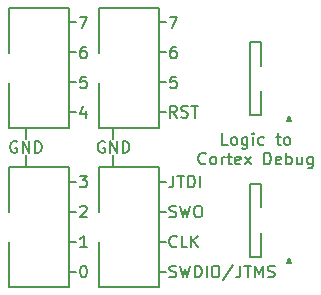
<source format=gto>
%TF.GenerationSoftware,KiCad,Pcbnew,5.1.6-c6e7f7d~86~ubuntu18.04.1*%
%TF.CreationDate,2020-07-28T03:29:11+01:00*%
%TF.ProjectId,cortex-debug,636f7274-6578-42d6-9465-6275672e6b69,rev?*%
%TF.SameCoordinates,Original*%
%TF.FileFunction,Legend,Top*%
%TF.FilePolarity,Positive*%
%FSLAX46Y46*%
G04 Gerber Fmt 4.6, Leading zero omitted, Abs format (unit mm)*
G04 Created by KiCad (PCBNEW 5.1.6-c6e7f7d~86~ubuntu18.04.1) date 2020-07-28 03:29:11*
%MOMM*%
%LPD*%
G01*
G04 APERTURE LIST*
%ADD10C,0.150000*%
%ADD11R,2.890000X0.840000*%
%ADD12C,2.000000*%
G04 APERTURE END LIST*
D10*
X123000000Y-67600000D02*
X122800000Y-67200000D01*
X122800000Y-67200000D02*
X122600000Y-67600000D01*
X122600000Y-67600000D02*
X123000000Y-67600000D01*
X123000000Y-79600000D02*
X122800000Y-79200000D01*
X122600000Y-79600000D02*
X123000000Y-79600000D01*
X122800000Y-79200000D02*
X122600000Y-79600000D01*
X117619047Y-69627380D02*
X117142857Y-69627380D01*
X117142857Y-68627380D01*
X118095238Y-69627380D02*
X118000000Y-69579761D01*
X117952380Y-69532142D01*
X117904761Y-69436904D01*
X117904761Y-69151190D01*
X117952380Y-69055952D01*
X118000000Y-69008333D01*
X118095238Y-68960714D01*
X118238095Y-68960714D01*
X118333333Y-69008333D01*
X118380952Y-69055952D01*
X118428571Y-69151190D01*
X118428571Y-69436904D01*
X118380952Y-69532142D01*
X118333333Y-69579761D01*
X118238095Y-69627380D01*
X118095238Y-69627380D01*
X119285714Y-68960714D02*
X119285714Y-69770238D01*
X119238095Y-69865476D01*
X119190476Y-69913095D01*
X119095238Y-69960714D01*
X118952380Y-69960714D01*
X118857142Y-69913095D01*
X119285714Y-69579761D02*
X119190476Y-69627380D01*
X119000000Y-69627380D01*
X118904761Y-69579761D01*
X118857142Y-69532142D01*
X118809523Y-69436904D01*
X118809523Y-69151190D01*
X118857142Y-69055952D01*
X118904761Y-69008333D01*
X119000000Y-68960714D01*
X119190476Y-68960714D01*
X119285714Y-69008333D01*
X119761904Y-69627380D02*
X119761904Y-68960714D01*
X119761904Y-68627380D02*
X119714285Y-68675000D01*
X119761904Y-68722619D01*
X119809523Y-68675000D01*
X119761904Y-68627380D01*
X119761904Y-68722619D01*
X120666666Y-69579761D02*
X120571428Y-69627380D01*
X120380952Y-69627380D01*
X120285714Y-69579761D01*
X120238095Y-69532142D01*
X120190476Y-69436904D01*
X120190476Y-69151190D01*
X120238095Y-69055952D01*
X120285714Y-69008333D01*
X120380952Y-68960714D01*
X120571428Y-68960714D01*
X120666666Y-69008333D01*
X121714285Y-68960714D02*
X122095238Y-68960714D01*
X121857142Y-68627380D02*
X121857142Y-69484523D01*
X121904761Y-69579761D01*
X122000000Y-69627380D01*
X122095238Y-69627380D01*
X122571428Y-69627380D02*
X122476190Y-69579761D01*
X122428571Y-69532142D01*
X122380952Y-69436904D01*
X122380952Y-69151190D01*
X122428571Y-69055952D01*
X122476190Y-69008333D01*
X122571428Y-68960714D01*
X122714285Y-68960714D01*
X122809523Y-69008333D01*
X122857142Y-69055952D01*
X122904761Y-69151190D01*
X122904761Y-69436904D01*
X122857142Y-69532142D01*
X122809523Y-69579761D01*
X122714285Y-69627380D01*
X122571428Y-69627380D01*
X115761904Y-71182142D02*
X115714285Y-71229761D01*
X115571428Y-71277380D01*
X115476190Y-71277380D01*
X115333333Y-71229761D01*
X115238095Y-71134523D01*
X115190476Y-71039285D01*
X115142857Y-70848809D01*
X115142857Y-70705952D01*
X115190476Y-70515476D01*
X115238095Y-70420238D01*
X115333333Y-70325000D01*
X115476190Y-70277380D01*
X115571428Y-70277380D01*
X115714285Y-70325000D01*
X115761904Y-70372619D01*
X116333333Y-71277380D02*
X116238095Y-71229761D01*
X116190476Y-71182142D01*
X116142857Y-71086904D01*
X116142857Y-70801190D01*
X116190476Y-70705952D01*
X116238095Y-70658333D01*
X116333333Y-70610714D01*
X116476190Y-70610714D01*
X116571428Y-70658333D01*
X116619047Y-70705952D01*
X116666666Y-70801190D01*
X116666666Y-71086904D01*
X116619047Y-71182142D01*
X116571428Y-71229761D01*
X116476190Y-71277380D01*
X116333333Y-71277380D01*
X117095238Y-71277380D02*
X117095238Y-70610714D01*
X117095238Y-70801190D02*
X117142857Y-70705952D01*
X117190476Y-70658333D01*
X117285714Y-70610714D01*
X117380952Y-70610714D01*
X117571428Y-70610714D02*
X117952380Y-70610714D01*
X117714285Y-70277380D02*
X117714285Y-71134523D01*
X117761904Y-71229761D01*
X117857142Y-71277380D01*
X117952380Y-71277380D01*
X118666666Y-71229761D02*
X118571428Y-71277380D01*
X118380952Y-71277380D01*
X118285714Y-71229761D01*
X118238095Y-71134523D01*
X118238095Y-70753571D01*
X118285714Y-70658333D01*
X118380952Y-70610714D01*
X118571428Y-70610714D01*
X118666666Y-70658333D01*
X118714285Y-70753571D01*
X118714285Y-70848809D01*
X118238095Y-70944047D01*
X119047619Y-71277380D02*
X119571428Y-70610714D01*
X119047619Y-70610714D02*
X119571428Y-71277380D01*
X120714285Y-71277380D02*
X120714285Y-70277380D01*
X120952380Y-70277380D01*
X121095238Y-70325000D01*
X121190476Y-70420238D01*
X121238095Y-70515476D01*
X121285714Y-70705952D01*
X121285714Y-70848809D01*
X121238095Y-71039285D01*
X121190476Y-71134523D01*
X121095238Y-71229761D01*
X120952380Y-71277380D01*
X120714285Y-71277380D01*
X122095238Y-71229761D02*
X122000000Y-71277380D01*
X121809523Y-71277380D01*
X121714285Y-71229761D01*
X121666666Y-71134523D01*
X121666666Y-70753571D01*
X121714285Y-70658333D01*
X121809523Y-70610714D01*
X122000000Y-70610714D01*
X122095238Y-70658333D01*
X122142857Y-70753571D01*
X122142857Y-70848809D01*
X121666666Y-70944047D01*
X122571428Y-71277380D02*
X122571428Y-70277380D01*
X122571428Y-70658333D02*
X122666666Y-70610714D01*
X122857142Y-70610714D01*
X122952380Y-70658333D01*
X123000000Y-70705952D01*
X123047619Y-70801190D01*
X123047619Y-71086904D01*
X123000000Y-71182142D01*
X122952380Y-71229761D01*
X122857142Y-71277380D01*
X122666666Y-71277380D01*
X122571428Y-71229761D01*
X123904761Y-70610714D02*
X123904761Y-71277380D01*
X123476190Y-70610714D02*
X123476190Y-71134523D01*
X123523809Y-71229761D01*
X123619047Y-71277380D01*
X123761904Y-71277380D01*
X123857142Y-71229761D01*
X123904761Y-71182142D01*
X124809523Y-70610714D02*
X124809523Y-71420238D01*
X124761904Y-71515476D01*
X124714285Y-71563095D01*
X124619047Y-71610714D01*
X124476190Y-71610714D01*
X124380952Y-71563095D01*
X124809523Y-71229761D02*
X124714285Y-71277380D01*
X124523809Y-71277380D01*
X124428571Y-71229761D01*
X124380952Y-71182142D01*
X124333333Y-71086904D01*
X124333333Y-70801190D01*
X124380952Y-70705952D01*
X124428571Y-70658333D01*
X124523809Y-70610714D01*
X124714285Y-70610714D01*
X124809523Y-70658333D01*
X111760000Y-64316000D02*
X112395000Y-64316000D01*
X111760000Y-72771000D02*
X112395000Y-72771000D01*
X113302023Y-78208142D02*
X113254404Y-78255761D01*
X113111547Y-78303380D01*
X113016309Y-78303380D01*
X112873452Y-78255761D01*
X112778214Y-78160523D01*
X112730595Y-78065285D01*
X112682976Y-77874809D01*
X112682976Y-77731952D01*
X112730595Y-77541476D01*
X112778214Y-77446238D01*
X112873452Y-77351000D01*
X113016309Y-77303380D01*
X113111547Y-77303380D01*
X113254404Y-77351000D01*
X113302023Y-77398619D01*
X114206785Y-78303380D02*
X113730595Y-78303380D01*
X113730595Y-77303380D01*
X114540119Y-78303380D02*
X114540119Y-77303380D01*
X115111547Y-78303380D02*
X114682976Y-77731952D01*
X115111547Y-77303380D02*
X114540119Y-77874809D01*
X113016309Y-72223380D02*
X113016309Y-72937666D01*
X112968690Y-73080523D01*
X112873452Y-73175761D01*
X112730595Y-73223380D01*
X112635357Y-73223380D01*
X113349642Y-72223380D02*
X113921071Y-72223380D01*
X113635357Y-73223380D02*
X113635357Y-72223380D01*
X114254404Y-73223380D02*
X114254404Y-72223380D01*
X114492500Y-72223380D01*
X114635357Y-72271000D01*
X114730595Y-72366238D01*
X114778214Y-72461476D01*
X114825833Y-72651952D01*
X114825833Y-72794809D01*
X114778214Y-72985285D01*
X114730595Y-73080523D01*
X114635357Y-73175761D01*
X114492500Y-73223380D01*
X114254404Y-73223380D01*
X115254404Y-73223380D02*
X115254404Y-72223380D01*
X112395000Y-66856000D02*
X111760000Y-66856000D01*
X111760000Y-77851000D02*
X112395000Y-77851000D01*
X113268095Y-63841380D02*
X112791904Y-63841380D01*
X112744285Y-64317571D01*
X112791904Y-64269952D01*
X112887142Y-64222333D01*
X113125238Y-64222333D01*
X113220476Y-64269952D01*
X113268095Y-64317571D01*
X113315714Y-64412809D01*
X113315714Y-64650904D01*
X113268095Y-64746142D01*
X113220476Y-64793761D01*
X113125238Y-64841380D01*
X112887142Y-64841380D01*
X112791904Y-64793761D01*
X112744285Y-64746142D01*
X112682976Y-75715761D02*
X112825833Y-75763380D01*
X113063928Y-75763380D01*
X113159166Y-75715761D01*
X113206785Y-75668142D01*
X113254404Y-75572904D01*
X113254404Y-75477666D01*
X113206785Y-75382428D01*
X113159166Y-75334809D01*
X113063928Y-75287190D01*
X112873452Y-75239571D01*
X112778214Y-75191952D01*
X112730595Y-75144333D01*
X112682976Y-75049095D01*
X112682976Y-74953857D01*
X112730595Y-74858619D01*
X112778214Y-74811000D01*
X112873452Y-74763380D01*
X113111547Y-74763380D01*
X113254404Y-74811000D01*
X113587738Y-74763380D02*
X113825833Y-75763380D01*
X114016309Y-75049095D01*
X114206785Y-75763380D01*
X114444880Y-74763380D01*
X115016309Y-74763380D02*
X115206785Y-74763380D01*
X115302023Y-74811000D01*
X115397261Y-74906238D01*
X115444880Y-75096714D01*
X115444880Y-75430047D01*
X115397261Y-75620523D01*
X115302023Y-75715761D01*
X115206785Y-75763380D01*
X115016309Y-75763380D01*
X114921071Y-75715761D01*
X114825833Y-75620523D01*
X114778214Y-75430047D01*
X114778214Y-75096714D01*
X114825833Y-74906238D01*
X114921071Y-74811000D01*
X115016309Y-74763380D01*
X112682976Y-80795761D02*
X112825833Y-80843380D01*
X113063928Y-80843380D01*
X113159166Y-80795761D01*
X113206785Y-80748142D01*
X113254404Y-80652904D01*
X113254404Y-80557666D01*
X113206785Y-80462428D01*
X113159166Y-80414809D01*
X113063928Y-80367190D01*
X112873452Y-80319571D01*
X112778214Y-80271952D01*
X112730595Y-80224333D01*
X112682976Y-80129095D01*
X112682976Y-80033857D01*
X112730595Y-79938619D01*
X112778214Y-79891000D01*
X112873452Y-79843380D01*
X113111547Y-79843380D01*
X113254404Y-79891000D01*
X113587738Y-79843380D02*
X113825833Y-80843380D01*
X114016309Y-80129095D01*
X114206785Y-80843380D01*
X114444880Y-79843380D01*
X114825833Y-80843380D02*
X114825833Y-79843380D01*
X115063928Y-79843380D01*
X115206785Y-79891000D01*
X115302023Y-79986238D01*
X115349642Y-80081476D01*
X115397261Y-80271952D01*
X115397261Y-80414809D01*
X115349642Y-80605285D01*
X115302023Y-80700523D01*
X115206785Y-80795761D01*
X115063928Y-80843380D01*
X114825833Y-80843380D01*
X115825833Y-80843380D02*
X115825833Y-79843380D01*
X116492500Y-79843380D02*
X116682976Y-79843380D01*
X116778214Y-79891000D01*
X116873452Y-79986238D01*
X116921071Y-80176714D01*
X116921071Y-80510047D01*
X116873452Y-80700523D01*
X116778214Y-80795761D01*
X116682976Y-80843380D01*
X116492500Y-80843380D01*
X116397261Y-80795761D01*
X116302023Y-80700523D01*
X116254404Y-80510047D01*
X116254404Y-80176714D01*
X116302023Y-79986238D01*
X116397261Y-79891000D01*
X116492500Y-79843380D01*
X118063928Y-79795761D02*
X117206785Y-81081476D01*
X118682976Y-79843380D02*
X118682976Y-80557666D01*
X118635357Y-80700523D01*
X118540119Y-80795761D01*
X118397261Y-80843380D01*
X118302023Y-80843380D01*
X119016309Y-79843380D02*
X119587738Y-79843380D01*
X119302023Y-80843380D02*
X119302023Y-79843380D01*
X119921071Y-80843380D02*
X119921071Y-79843380D01*
X120254404Y-80557666D01*
X120587738Y-79843380D01*
X120587738Y-80843380D01*
X121016309Y-80795761D02*
X121159166Y-80843380D01*
X121397261Y-80843380D01*
X121492500Y-80795761D01*
X121540119Y-80748142D01*
X121587738Y-80652904D01*
X121587738Y-80557666D01*
X121540119Y-80462428D01*
X121492500Y-80414809D01*
X121397261Y-80367190D01*
X121206785Y-80319571D01*
X121111547Y-80271952D01*
X121063928Y-80224333D01*
X121016309Y-80129095D01*
X121016309Y-80033857D01*
X121063928Y-79938619D01*
X121111547Y-79891000D01*
X121206785Y-79843380D01*
X121444880Y-79843380D01*
X121587738Y-79891000D01*
X112395000Y-80391000D02*
X111760000Y-80391000D01*
X113302023Y-67308380D02*
X112968690Y-66832190D01*
X112730595Y-67308380D02*
X112730595Y-66308380D01*
X113111547Y-66308380D01*
X113206785Y-66356000D01*
X113254404Y-66403619D01*
X113302023Y-66498857D01*
X113302023Y-66641714D01*
X113254404Y-66736952D01*
X113206785Y-66784571D01*
X113111547Y-66832190D01*
X112730595Y-66832190D01*
X113682976Y-67260761D02*
X113825833Y-67308380D01*
X114063928Y-67308380D01*
X114159166Y-67260761D01*
X114206785Y-67213142D01*
X114254404Y-67117904D01*
X114254404Y-67022666D01*
X114206785Y-66927428D01*
X114159166Y-66879809D01*
X114063928Y-66832190D01*
X113873452Y-66784571D01*
X113778214Y-66736952D01*
X113730595Y-66689333D01*
X113682976Y-66594095D01*
X113682976Y-66498857D01*
X113730595Y-66403619D01*
X113778214Y-66356000D01*
X113873452Y-66308380D01*
X114111547Y-66308380D01*
X114254404Y-66356000D01*
X114540119Y-66308380D02*
X115111547Y-66308380D01*
X114825833Y-67308380D02*
X114825833Y-66308380D01*
X112395000Y-61776000D02*
X111760000Y-61776000D01*
X112696666Y-58761380D02*
X113363333Y-58761380D01*
X112934761Y-59761380D01*
X113220476Y-61301380D02*
X113030000Y-61301380D01*
X112934761Y-61349000D01*
X112887142Y-61396619D01*
X112791904Y-61539476D01*
X112744285Y-61729952D01*
X112744285Y-62110904D01*
X112791904Y-62206142D01*
X112839523Y-62253761D01*
X112934761Y-62301380D01*
X113125238Y-62301380D01*
X113220476Y-62253761D01*
X113268095Y-62206142D01*
X113315714Y-62110904D01*
X113315714Y-61872809D01*
X113268095Y-61777571D01*
X113220476Y-61729952D01*
X113125238Y-61682333D01*
X112934761Y-61682333D01*
X112839523Y-61729952D01*
X112791904Y-61777571D01*
X112744285Y-61872809D01*
X112395000Y-75311000D02*
X111760000Y-75311000D01*
X111760000Y-59236000D02*
X112395000Y-59236000D01*
X104140000Y-77851000D02*
X104775000Y-77851000D01*
X104775000Y-80391000D02*
X104140000Y-80391000D01*
X104775000Y-75311000D02*
X104140000Y-75311000D01*
X104140000Y-72771000D02*
X104775000Y-72771000D01*
X104775000Y-66856000D02*
X104140000Y-66856000D01*
X104140000Y-64316000D02*
X104775000Y-64316000D01*
X104775000Y-61776000D02*
X104140000Y-61776000D01*
X104140000Y-59236000D02*
X104775000Y-59236000D01*
X107900000Y-70500000D02*
X107900000Y-71500000D01*
X107900000Y-69100000D02*
X107900000Y-68200000D01*
X100500000Y-70500000D02*
X100500000Y-71500000D01*
X100500000Y-69100000D02*
X100500000Y-68200000D01*
X107188095Y-69350000D02*
X107092857Y-69302380D01*
X106950000Y-69302380D01*
X106807142Y-69350000D01*
X106711904Y-69445238D01*
X106664285Y-69540476D01*
X106616666Y-69730952D01*
X106616666Y-69873809D01*
X106664285Y-70064285D01*
X106711904Y-70159523D01*
X106807142Y-70254761D01*
X106950000Y-70302380D01*
X107045238Y-70302380D01*
X107188095Y-70254761D01*
X107235714Y-70207142D01*
X107235714Y-69873809D01*
X107045238Y-69873809D01*
X107664285Y-70302380D02*
X107664285Y-69302380D01*
X108235714Y-70302380D01*
X108235714Y-69302380D01*
X108711904Y-70302380D02*
X108711904Y-69302380D01*
X108950000Y-69302380D01*
X109092857Y-69350000D01*
X109188095Y-69445238D01*
X109235714Y-69540476D01*
X109283333Y-69730952D01*
X109283333Y-69873809D01*
X109235714Y-70064285D01*
X109188095Y-70159523D01*
X109092857Y-70254761D01*
X108950000Y-70302380D01*
X108711904Y-70302380D01*
X99768095Y-69350000D02*
X99672857Y-69302380D01*
X99530000Y-69302380D01*
X99387142Y-69350000D01*
X99291904Y-69445238D01*
X99244285Y-69540476D01*
X99196666Y-69730952D01*
X99196666Y-69873809D01*
X99244285Y-70064285D01*
X99291904Y-70159523D01*
X99387142Y-70254761D01*
X99530000Y-70302380D01*
X99625238Y-70302380D01*
X99768095Y-70254761D01*
X99815714Y-70207142D01*
X99815714Y-69873809D01*
X99625238Y-69873809D01*
X100244285Y-70302380D02*
X100244285Y-69302380D01*
X100815714Y-70302380D01*
X100815714Y-69302380D01*
X101291904Y-70302380D02*
X101291904Y-69302380D01*
X101530000Y-69302380D01*
X101672857Y-69350000D01*
X101768095Y-69445238D01*
X101815714Y-69540476D01*
X101863333Y-69730952D01*
X101863333Y-69873809D01*
X101815714Y-70064285D01*
X101768095Y-70159523D01*
X101672857Y-70254761D01*
X101530000Y-70302380D01*
X101291904Y-70302380D01*
X105362380Y-79843380D02*
X105457619Y-79843380D01*
X105552857Y-79891000D01*
X105600476Y-79938619D01*
X105648095Y-80033857D01*
X105695714Y-80224333D01*
X105695714Y-80462428D01*
X105648095Y-80652904D01*
X105600476Y-80748142D01*
X105552857Y-80795761D01*
X105457619Y-80843380D01*
X105362380Y-80843380D01*
X105267142Y-80795761D01*
X105219523Y-80748142D01*
X105171904Y-80652904D01*
X105124285Y-80462428D01*
X105124285Y-80224333D01*
X105171904Y-80033857D01*
X105219523Y-79938619D01*
X105267142Y-79891000D01*
X105362380Y-79843380D01*
X105695714Y-78303380D02*
X105124285Y-78303380D01*
X105410000Y-78303380D02*
X105410000Y-77303380D01*
X105314761Y-77446238D01*
X105219523Y-77541476D01*
X105124285Y-77589095D01*
X105124285Y-74858619D02*
X105171904Y-74811000D01*
X105267142Y-74763380D01*
X105505238Y-74763380D01*
X105600476Y-74811000D01*
X105648095Y-74858619D01*
X105695714Y-74953857D01*
X105695714Y-75049095D01*
X105648095Y-75191952D01*
X105076666Y-75763380D01*
X105695714Y-75763380D01*
X105076666Y-72223380D02*
X105695714Y-72223380D01*
X105362380Y-72604333D01*
X105505238Y-72604333D01*
X105600476Y-72651952D01*
X105648095Y-72699571D01*
X105695714Y-72794809D01*
X105695714Y-73032904D01*
X105648095Y-73128142D01*
X105600476Y-73175761D01*
X105505238Y-73223380D01*
X105219523Y-73223380D01*
X105124285Y-73175761D01*
X105076666Y-73128142D01*
X105600476Y-66714714D02*
X105600476Y-67381380D01*
X105362380Y-66333761D02*
X105124285Y-67048047D01*
X105743333Y-67048047D01*
X105648095Y-63841380D02*
X105171904Y-63841380D01*
X105124285Y-64317571D01*
X105171904Y-64269952D01*
X105267142Y-64222333D01*
X105505238Y-64222333D01*
X105600476Y-64269952D01*
X105648095Y-64317571D01*
X105695714Y-64412809D01*
X105695714Y-64650904D01*
X105648095Y-64746142D01*
X105600476Y-64793761D01*
X105505238Y-64841380D01*
X105267142Y-64841380D01*
X105171904Y-64793761D01*
X105124285Y-64746142D01*
X105600476Y-61301380D02*
X105410000Y-61301380D01*
X105314761Y-61349000D01*
X105267142Y-61396619D01*
X105171904Y-61539476D01*
X105124285Y-61729952D01*
X105124285Y-62110904D01*
X105171904Y-62206142D01*
X105219523Y-62253761D01*
X105314761Y-62301380D01*
X105505238Y-62301380D01*
X105600476Y-62253761D01*
X105648095Y-62206142D01*
X105695714Y-62110904D01*
X105695714Y-61872809D01*
X105648095Y-61777571D01*
X105600476Y-61729952D01*
X105505238Y-61682333D01*
X105314761Y-61682333D01*
X105219523Y-61729952D01*
X105171904Y-61777571D01*
X105124285Y-61872809D01*
X105076666Y-58761380D02*
X105743333Y-58761380D01*
X105314761Y-59761380D01*
%TO.C,P2*%
X119500000Y-67100000D02*
X120400000Y-67100000D01*
X119500000Y-60900000D02*
X120400000Y-60900000D01*
X120400000Y-60900000D02*
X120400000Y-62900000D01*
X120400000Y-67100000D02*
X120400000Y-65100000D01*
X119500000Y-67100000D02*
X119500000Y-60900000D01*
%TO.C,P1*%
X119500000Y-79100000D02*
X120400000Y-79100000D01*
X119500000Y-72900000D02*
X120400000Y-72900000D01*
X120400000Y-72900000D02*
X120400000Y-74900000D01*
X120400000Y-79100000D02*
X120400000Y-77100000D01*
X119500000Y-79100000D02*
X119500000Y-72900000D01*
%TO.C,J6*%
X106680000Y-58039000D02*
X111760000Y-58039000D01*
X106680000Y-61849000D02*
X106680000Y-58039000D01*
X106680000Y-68199000D02*
X106680000Y-64389000D01*
X111760000Y-68199000D02*
X106680000Y-68199000D01*
X111760000Y-58039000D02*
X111760000Y-68199000D01*
%TO.C,J5*%
X104140000Y-58039000D02*
X104140000Y-68199000D01*
X104140000Y-68199000D02*
X99060000Y-68199000D01*
X99060000Y-68199000D02*
X99060000Y-64389000D01*
X99060000Y-61849000D02*
X99060000Y-58039000D01*
X99060000Y-58039000D02*
X104140000Y-58039000D01*
%TO.C,J2*%
X106680000Y-71501000D02*
X111760000Y-71501000D01*
X106680000Y-75311000D02*
X106680000Y-71501000D01*
X106680000Y-81661000D02*
X106680000Y-77851000D01*
X111760000Y-81661000D02*
X106680000Y-81661000D01*
X111760000Y-71501000D02*
X111760000Y-81661000D01*
%TO.C,J1*%
X99060000Y-71501000D02*
X104140000Y-71501000D01*
X99060000Y-75311000D02*
X99060000Y-71501000D01*
X99060000Y-81661000D02*
X99060000Y-77851000D01*
X104140000Y-81661000D02*
X99060000Y-81661000D01*
X104140000Y-71501000D02*
X104140000Y-81661000D01*
%TD*%
%LPC*%
D11*
%TO.C,P2*%
X117965000Y-61460000D03*
X122035000Y-61460000D03*
X117965000Y-62730000D03*
X122035000Y-62730000D03*
X117965000Y-64000000D03*
X122035000Y-64000000D03*
X117965000Y-65270000D03*
X122035000Y-65270000D03*
X117965000Y-66540000D03*
X122035000Y-66540000D03*
%TD*%
%TO.C,P1*%
X117965000Y-73460000D03*
X122035000Y-73460000D03*
X117965000Y-74730000D03*
X122035000Y-74730000D03*
X117965000Y-76000000D03*
X122035000Y-76000000D03*
X117965000Y-77270000D03*
X122035000Y-77270000D03*
X117965000Y-78540000D03*
X122035000Y-78540000D03*
%TD*%
D12*
%TO.C,J6*%
X110490000Y-66929000D03*
X107950000Y-66929000D03*
X110490000Y-64389000D03*
X107950000Y-64389000D03*
X110490000Y-61849000D03*
X107950000Y-61849000D03*
X110490000Y-59309000D03*
X107950000Y-59309000D03*
%TD*%
%TO.C,J5*%
X100330000Y-59309000D03*
X102870000Y-59309000D03*
X100330000Y-61849000D03*
X102870000Y-61849000D03*
X100330000Y-64389000D03*
X102870000Y-64389000D03*
X100330000Y-66929000D03*
X102870000Y-66929000D03*
%TD*%
%TO.C,J2*%
X110490000Y-80391000D03*
X107950000Y-80391000D03*
X110490000Y-77851000D03*
X107950000Y-77851000D03*
X110490000Y-75311000D03*
X107950000Y-75311000D03*
X110490000Y-72771000D03*
X107950000Y-72771000D03*
%TD*%
%TO.C,J1*%
X102870000Y-80391000D03*
X100330000Y-80391000D03*
X102870000Y-77851000D03*
X100330000Y-77851000D03*
X102870000Y-75311000D03*
X100330000Y-75311000D03*
X102870000Y-72771000D03*
X100330000Y-72771000D03*
%TD*%
M02*

</source>
